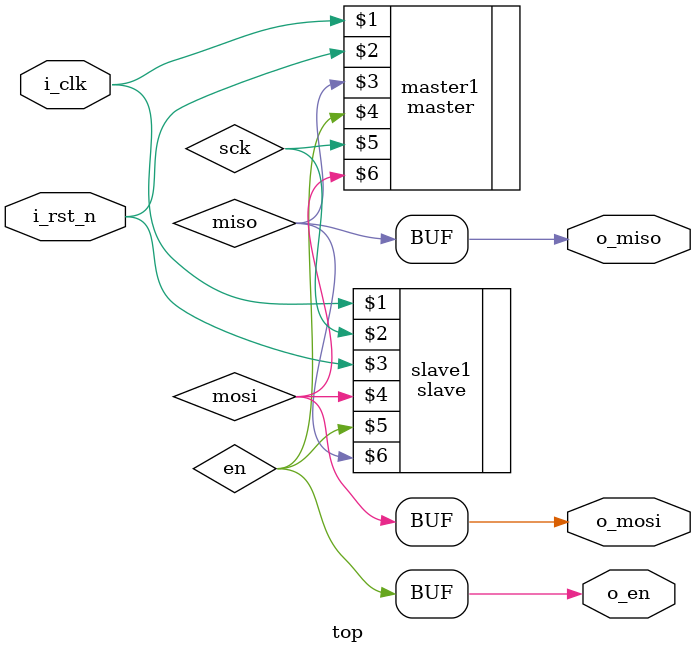
<source format=v>
module top(i_clk,i_rst_n,o_en,o_miso,o_mosi);
input i_clk,i_rst_n;
output o_en,o_miso,o_mosi;

wire en,sck,mosi,miso;

master master1(i_clk,i_rst_n,miso,en,sck,mosi);
slave slave1(i_clk,sck,i_rst_n,mosi,en,miso);

assign o_en = en;
assign o_mosi = mosi;
assign o_miso = miso;
endmodule
</source>
